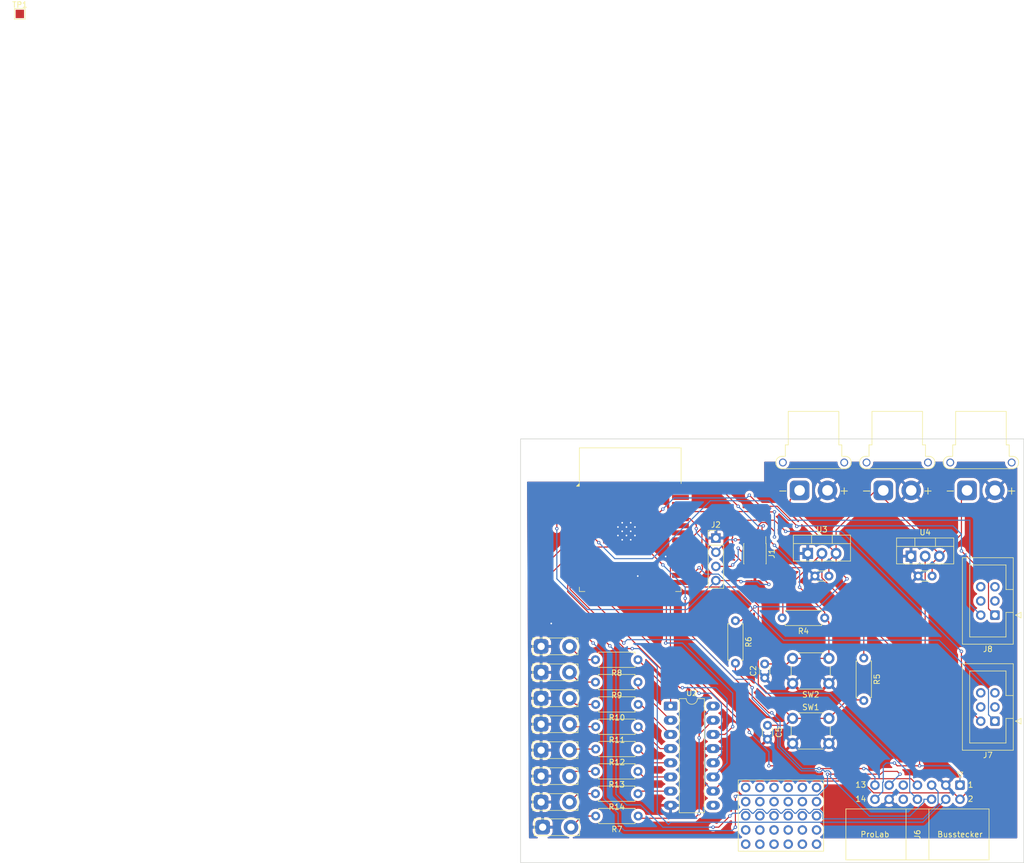
<source format=kicad_pcb>
(kicad_pcb (version 20241229) (generator "pcbnew") (generator_version "9.0")
  (layers (0 "F.Cu" signal) (2 "B.Cu" signal) (13 "F.Paste" user) (15 "B.Paste" user) (5 "F.SilkS" user "F.Silkscreen") (7 "B.SilkS" user "B.Silkscreen") (1 "F.Mask" user) (3 "B.Mask" user) (25 "Edge.Cuts" user))
  (net 0 "")
  (net 1 "Enable{slash}Reset")
  (net 2 "GND")
  (net 3 "TX_in")
  (net 4 "Boot_Mode")
  (net 5 "RX_in")
  (net 6 "7V2")
  (net 7 "3V3")
  (net 8 "BAT_lowamp(<100mA)")
  (net 9 "5V")
  (net 12 "Lautsprecher")
  (net 15 "Bremslicht")
  (net 17 "TRIG")
  (net 18 "Servo_PWM")
  (net 19 "SER")
  (net 23 "Fernlicht")
  (net 25 "SRCLK")
  (net 26 "ECO")
  (net 30 "RCLK")
  (net 31 "Blinker_R")
  (net 32 "PWM_vor")
  (net 36 "Blinker_L")
  (net 37 "PWM_zurueck")
  (net 42 "Net-(D1-A)")
  (net 43 "Net-(D2-A)")
  (net 44 "Net-(D3-A)")
  (net 45 "Net-(D4-A)")
  (net 46 "Net-(D5-A)")
  (net 47 "Net-(D6-A)")
  (net 48 "Net-(D7-A)")
  (net 49 "Net-(D8-A)")
  (net 50 "Net-(U2-QA)")
  (net 51 "Net-(U2-QB)")
  (net 52 "Net-(U2-QC)")
  (net 53 "Net-(U2-QD)")
  (net 54 "Net-(U2-QE)")
  (net 55 "Net-(U2-QF)")
  (net 56 "Net-(U2-QG)")
  (net 57 "Net-(U2-QH)")
  (footprint "Capacitor_THT:C_Disc_D3.0mm_W1.6mm_P2.50mm" (layer "F.Cu") (at 162.25 102)
    (property "Reference" "C3" (hide yes))
    (property "Value" "100n")
  )
  (footprint "Package_DIP:DIP-16_W7.62mm_LongPads" (layer "F.Cu") (at 117.88 125.3)
    (property "Reference" "U2")
    (property "Value" "Schieberegister")
  )
  (footprint "TestPoint:TestPoint_2Pads_Pitch5.08mm_Drill1.3mm" (layer "F.Cu") (at 94.69 119.25)
    (property "Reference" "D3" (hide yes))
    (property "Value" "LED" (hide yes))
  )
  (footprint "TestPoint:TestPoint_Pad_1.5x1.5mm" (layer "F.Cu") (at 1.275 1.275)
    (property "Reference" "TP1")
    (property "Value" "TestPoint")
  )
  (footprint "Panikraster_v2:Panikraster_05x05" (layer "F.Cu") (at 131.34 139.88)
    (property "Reference" "J3" (hide yes))
    (property "Value" "Panikraster")
  )
  (footprint "Resistor_THT:R_Axial_DIN0207_L6.3mm_D2.5mm_P7.62mm_Horizontal" (layer "F.Cu") (at 112.04 117 180)
    (property "Reference" "R8")
    (property "Value" "100")
  )
  (footprint "Capacitor_THT:C_Disc_D3.0mm_W1.6mm_P2.50mm" (layer "F.Cu") (at 143.75 102)
    (property "Reference" "C4" (hide yes))
    (property "Value" "100n")
  )
  (footprint "Connector_IDC:IDC-Header_2x03_P2.54mm_Vertical" (layer "F.Cu") (at 176 109 180)
    (property "Reference" "J8")
    (property "Value" "Ultraschall")
  )
  (footprint "Resistor_THT:R_Axial_DIN0207_L6.3mm_D2.5mm_P7.62mm_Horizontal" (layer "F.Cu") (at 112.04 137 180)
    (property "Reference" "R13")
    (property "Value" "100")
  )
  (footprint "Connector_PinHeader_2.54mm:PinHeader_1x04_P2.54mm_Vertical" (layer "F.Cu") (at 126 95.19)
    (property "Reference" "J2")
    (property "Value" "Programmer_Pins")
  )
  (footprint "Button_Switch_THT:SW_PUSH_6mm_H4.3mm" (layer "F.Cu") (at 146.25 121.25 180)
    (property "Reference" "SW2")
    (property "Value" "Reset_Button")
  )
  (footprint "Platine_mit_BUS:Busstecker" (layer "F.Cu") (at 162.12 140.67)
    (property "Reference" "J6")
    (property "Value" "BUS")
    (fp_rect (start 19.05 12.7) (end -71.12 -63.25) (stroke (width 0.12)) (fill no) (layer "Edge.Cuts"))
  )
  (footprint "Package_TO_SOT_THT:TO-220-3_Vertical" (layer "F.Cu") (at 160.96 98.445)
    (property "Reference" "U4")
    (property "Value" "LD1117S50TR_SOT223")
  )
  (footprint "Connector_AMASS:AMASS_XT30PW-F_1x02_P2.50mm_Horizontal" (layer "F.Cu") (at 141 86.65)
    (property "Reference" "J5" (hide yes))
    (property "Value" "Conn_01x02" (hide yes))
  )
  (footprint "Resistor_THT:R_Axial_DIN0207_L6.3mm_D2.5mm_P7.62mm_Horizontal" (layer "F.Cu") (at 112.04 141 180)
    (property "Reference" "R14")
    (property "Value" "100")
  )
  (footprint "Resistor_THT:R_Axial_DIN0207_L6.3mm_D2.5mm_P7.62mm_Horizontal" (layer "F.Cu") (at 112.04 121 180)
    (property "Reference" "R9")
    (property "Value" "100")
  )
  (footprint "TestPoint:TestPoint_2Pads_Pitch5.08mm_Drill1.3mm" (layer "F.Cu") (at 94.69 133.2)
    (property "Reference" "D6" (hide yes))
    (property "Value" "LED" (hide yes))
  )
  (footprint "Connector_AMASS:AMASS_XT30PW-F_1x02_P2.50mm_Horizontal" (layer "F.Cu") (at 156 86.65)
    (property "Reference" "J9" (hide yes))
    (property "Value" "Conn_01x02" (hide yes))
  )
  (footprint "Button_Switch_THT:SW_PUSH_6mm_H4.3mm" (layer "F.Cu") (at 139.75 127.5)
    (property "Reference" "SW1")
    (property "Value" "Boot_Button")
  )
  (footprint "Resistor_THT:R_Axial_DIN0207_L6.3mm_D2.5mm_P7.62mm_Horizontal" (layer "F.Cu") (at 145.5 109.5 180)
    (property "Reference" "R4")
    (property "Value" "10k")
  )
  (footprint "Connector_PinHeader_1.27mm:PinHeader_2x03_P1.27mm_Vertical_SMD" (layer "F.Cu") (at 133 98 -90)
    (property "Reference" "J1")
    (property "Value" "ESP-Prog_Pins" (hide yes))
  )
  (footprint "Connector_IDC:IDC-Header_2x03_P2.54mm_Vertical" (layer "F.Cu") (at 176 128 180)
    (property "Reference" "J7")
    (property "Value" "Licht")
  )
  (footprint "esp32_custom:ESP32-WROOM-32_Prolab-Anpassung" (layer "F.Cu") (at 110.655 94.885)
    (property "Reference" "U5" (hide yes))
    (property "Value" "ESP32-WROOM-32E")
  )
  (footprint "Capacitor_THT:C_Disc_D3.0mm_W1.6mm_P2.50mm" (layer "F.Cu") (at 134.75 120.25 90)
    (property "Reference" "C2")
    (property "Value" "100n")
  )
  (footprint "Connector_AMASS:AMASS_XT30PW-F_1x02_P2.50mm_Horizontal" (layer "F.Cu") (at 171 86.65)
    (property "Reference" "J10" (hide yes))
    (property "Value" "Conn_01x02" (hide yes))
  )
  (footprint "Resistor_THT:R_Axial_DIN0207_L6.3mm_D2.5mm_P7.62mm_Horizontal" (layer "F.Cu") (at 112.08 145 180)
    (property "Reference" "R7")
    (property "Value" "100")
  )
  (footprint "TestPoint:TestPoint_2Pads_Pitch5.08mm_Drill1.3mm" (layer "F.Cu") (at 94.69 128.55)
    (property "Reference" "D5" (hide yes))
    (property "Value" "LED" (hide yes))
  )
  (footprint "TestPoint:TestPoint_2Pads_Pitch5.08mm_Drill1.3mm" (layer "F.Cu") (at 94.96 147)
    (property "Reference" "D1" (hide yes))
    (property "Value" "LED" (hide yes))
  )
  (footprint "Capacitor_THT:C_Disc_D3.0mm_W1.6mm_P2.50mm" (layer "F.Cu") (at 135.25 128.75 -90)
    (property "Reference" "C5")
    (property "Value" "100n")
  )
  (footprint "TestPoint:TestPoint_2Pads_Pitch5.08mm_Drill1.3mm" (layer "F.Cu") (at 94.69 137.85)
    (property "Reference" "D7" (hide yes))
    (property "Value" "LED" (hide yes))
  )
  (footprint "Resistor_THT:R_Axial_DIN0207_L6.3mm_D2.5mm_P7.62mm_Horizontal" (layer "F.Cu") (at 112.08 125 180)
    (property "Reference" "R10")
    (property "Value" "100")
  )
  (footprint "Resistor_THT:R_Axial_DIN0207_L6.3mm_D2.5mm_P7.62mm_Horizontal" (layer "F.Cu") (at 129.5 110 -90)
    (property "Reference" "R6")
    (property "Value" "82")
  )
  (footprint "Resistor_THT:R_Axial_DIN0207_L6.3mm_D2.5mm_P7.62mm_Horizontal" (layer "F.Cu") (at 152.5 116.69 -90)
    (property "Reference" "R5")
    (property "Value" "10k")
  )
  (footprint "Resistor_THT:R_Axial_DIN0207_L6.3mm_D2.5mm_P7.62mm_Horizontal" (layer "F.Cu") (at 112.08 133 180)
    (property "Reference" "R12")
    (property "Value" "100")
  )
  (footprint "Resistor_THT:R_Axial_DIN0207_L6.3mm_D2.5mm_P7.62mm_Horizontal" (layer "F.Cu") (at 112.08 129 180)
    (property "Reference" "R11")
    (property "Value" "100")
  )
  (footprint "TestPoint:TestPoint_2Pads_Pitch5.08mm_Drill1.3mm" (layer "F.Cu") (at 94.69 114.6)
    (property "Reference" "D2" (hide yes))
    (property "Value" "LED" (hide yes))
  )
  (footprint "Package_TO_SOT_THT:TO-220-3_Vertical" (layer "F.Cu") (at 142.46 97.945)
    (property "Reference" "U3")
    (property "Value" "LD1117S33TR_SOT223")
  )
  (footprint "TestPoint:TestPoint_2Pads_Pitch5.08mm_Drill1.3mm" (layer "F.Cu") (at 94.69 142.5)
    (property "Reference" "D8" (hide yes))
    (property "Value" "LED" (hide yes))
  )
  (footprint "TestPoint:TestPoint_2Pads_Pitch5.08mm_Drill1.3mm" (layer "F.Cu") (at 94.69 123.9)
    (property "Reference" "D4" (hide yes))
    (property "Value" "LED" (hide yes))
  )
  (segment (start 138.75 117.75) (end 134.75 117.75) (width 0.2) (layer "F.Cu") (net 1))
  (segment (start 146.25 116.75) (end 146.25 110.25) (width 0.2) (layer "F.Cu") (net 1))
  (segment (start 139.75 116.75) (end 146.25 116.75) (width 0.2) (layer "F.Cu") (net 1))
  (segment (start 134.27 93.231) (end 134.27 95.5) (width 0.2) (layer "F.Cu") (net 1))
  (segment (start 145.5 109.5) (end 145.5 108.5) (width 0.2) (layer "F.Cu") (net 1))
  (segment (start 126.384 85.884) (end 130 89.5) (width 0.2) (layer "F.Cu") (net 1))
  (segment (start 139.75 116.75) (end 138.75 117.75) (width 0.2) (layer "F.Cu") (net 1))
  (segment (start 112.825 89.175) (end 116.116 85.884) (width 0.2) (layer "F.Cu") (net 1))
  (segment (start 146.25 110.25) (end 145.5 109.5) (width 0.2) (layer "F.Cu") (net 1))
  (segment (start 136.5 96.5) (end 135.5 95.5) (width 0.2) (layer "F.Cu") (net 1))
  (segment (start 116.116 85.884) (end 126.384 85.884) (width 0.2) (layer "F.Cu") (net 1))
  (segment (start 135.5 95.5) (end 134.27 95.5) (width 0.2) (layer "F.Cu") (net 1))
  (segment (start 134.5 93.001) (end 134.27 93.231) (width 0.2) (layer "F.Cu") (net 1))
  (segment (start 145.5 108.5) (end 141 104) (width 0.2) (layer "F.Cu") (net 1))
  (segment (start 101.655 89.175) (end 112.825 89.175) (width 0.2) (layer "F.Cu") (net 1))
  (via (at 134.5 93.001) (size 0.6) (drill 0.3) (layers "F.Cu" "B.Cu") (net 1))
  (via (at 141 104) (size 0.6) (drill 0.3) (layers "F.Cu" "B.Cu") (net 1))
  (via (at 130 89.5) (size 0.6) (drill 0.3) (layers "F.Cu" "B.Cu") (net 1))
  (via (at 136.5 96.5) (size 0.6) (drill 0.3) (layers "F.Cu" "B.Cu") (net 1))
  (segment (start 133.501 93.001) (end 134.5 93.001) (width 0.2) (layer "B.Cu") (net 1))
  (segment (start 141 101) (end 136.5 96.5) (width 0.2) (layer "B.Cu") (net 1))
  (segment (start 130 89.5) (end 133 92.5) (width 0.2) (layer "B.Cu") (net 1))
  (segment (start 141 104) (end 141 101) (width 0.2) (layer "B.Cu") (net 1))
  (segment (start 133 92.5) (end 133.501 93.001) (width 0.2) (layer "B.Cu") (net 1))
  (via (at 96.5 110.5) (size 0.6) (drill 0.3) (layers "F.Cu" "B.Cu") (net 2))
  (via (at 112 102) (size 0.6) (drill 0.3) (layers "F.Cu" "B.Cu") (net 2))
  (via (at 117 98.5) (size 0.6) (drill 0.3) (layers "F.Cu" "B.Cu") (net 2))
  (segment (start 122.5 93.5) (end 122.5 92.86) (width 0.2) (layer "F.Cu") (net 3))
  (segment (start 122.5 92.86) (end 121.355 91.715) (width 0.2) (layer "F.Cu") (net 3))
  (segment (start 121.355 91.715) (end 119.655 91.715) (width 0.2) (layer "F.Cu") (net 3))
  (segment (start 129.5 95.5) (end 131.73 95.5) (width 0.2) (layer "F.Cu") (net 3))
  (via (at 122.5 93.5) (size 0.6) (drill 0.3) (layers "F.Cu" "B.Cu") (net 3))
  (via (at 129.5 95.5) (size 0.6) (drill 0.3) (layers "F.Cu" "B.Cu") (net 3))
  (segment (start 128.23 95.5) (end 129.5 95.5) (width 0.2) (layer "B.Cu") (net 3))
  (segment (start 126 97.73) (end 122.5 94.23) (width 0.2) (layer "B.Cu") (net 3))
  (segment (start 126 97.73) (end 128.23 95.5) (width 0.2) (layer "B.Cu") (net 3))
  (segment (start 122.5 94.23) (end 122.5 93.5) (width 0.2) (layer "B.Cu") (net 3))
  (segment (start 124.5 92.5) (end 129 92.5) (width 0.2) (layer "F.Cu") (net 4))
  (segment (start 128.899 95.251057) (end 128.899 95.748943) (width 0.2) (layer "F.Cu") (net 4))
  (segment (start 138.5 128.75) (end 139.75 127.5) (width 0.2) (layer "F.Cu") (net 4))
  (segment (start 130.310943 103.961) (end 120.471 103.961) (width 0.2) (layer "F.Cu") (net 4))
  (segment (start 139.75 127.5) (end 146.25 127.5) (width 0.2) (layer "F.Cu") (net 4))
  (segment (start 139.75 127.5) (end 133.601 121.351) (width 0.2) (layer "F.Cu") (net 4))
  (segment (start 119.655 103.145) (end 121.355 103.145) (width 0.2) (layer "F.Cu") (net 4))
  (segment (start 123.5 100.150057) (end 123.5 93.917043) (width 0.2) (layer "F.Cu") (net 4))
  (segment (start 133.601 107.251057) (end 130.310943 103.961) (width 0.2) (layer "F.Cu") (net 4))
  (segment (start 129 95.849943) (end 129 97.77) (width 0.2) (layer "F.Cu") (net 4))
  (segment (start 129 97.77) (end 131.73 100.5) (width 0.2) (layer "F.Cu") (net 4))
  (segment (start 124 93) (end 124.5 92.5) (width 0.2) (layer "F.Cu") (net 4))
  (segment (start 123.601 100.748943) (end 123.601 100.251057) (width 0.2) (layer "F.Cu") (net 4))
  (segment (start 129 92.5) (end 129 95.150057) (width 0.2) (layer "F.Cu") (net 4))
  (segment (start 120.471 103.961) (end 119.655 103.145) (width 0.2) (layer "F.Cu") (net 4))
  (segment (start 149.56 124.19) (end 146.25 127.5) (width 0.2) (layer "F.Cu") (net 4))
  (segment (start 123.5 100.849943) (end 123.601 100.748943) (width 0.2) (layer "F.Cu") (net 4))
  (segment (start 135.25 128.75) (end 138.5 128.75) (width 0.2) (layer "F.Cu") (net 4))
  (segment (start 133.601 121.351) (end 133.601 107.251057) (width 0.2) (layer "F.Cu") (net 4))
  (segment (start 123.5 101) (end 123.5 100.849943) (width 0.2) (layer "F.Cu") (net 4))
  (segment (start 128.899 95.748943) (end 129 95.849943) (width 0.2) (layer "F.Cu") (net 4))
  (segment (start 121.355 103.145) (end 123.5 101) (width 0.2) (layer "F.Cu") (net 4))
  (segment (start 123.601 100.251057) (end 123.5 100.150057) (width 0.2) (layer "F.Cu") (net 4))
  (segment (start 123.5 93.917043) (end 124 93.417043) (width 0.2) (layer "F.Cu") (net 4))
  (segment (start 152.5 124.19) (end 149.56 124.19) (width 0.2) (layer "F.Cu") (net 4))
  (segment (start 124 93.417043) (end 124 93) (width 0.2) (layer "F.Cu") (net 4))
  (segment (start 129 95.150057) (end 128.899 95.251057) (width 0.2) (layer "F.Cu") (net 4))
  (segment (start 128.73 100.27) (end 129 100) (width 0.2) (layer "F.Cu") (net 5))
  (segment (start 136.5 95) (end 136.5 94) (width 0.2) (layer "F.Cu") (net 5))
  (segment (start 136.5 90.5) (end 135 90.5) (width 0.2) (layer "F.Cu") (net 5))
  (segment (start 134.901 92.401) (end 134.159 92.401) (width 0.2) (layer "F.Cu") (net 5))
  (segment (start 134.945 90.445) (end 119.655 90.445) (width 0.2) (layer "F.Cu") (net 5))
  (segment (start 133.601 92.959) (end 133.601 93.447943) (width 0.2) (layer "F.Cu") (net 5))
  (segment (start 130 97) (end 130.551 97.551) (width 0.2) (layer "F.Cu") (net 5))
  (segment (start 130.551 97.551) (end 132.449 97.551) (width 0.2) (layer "F.Cu") (net 5))
  (segment (start 133 93.8) (end 133 95.5) (width 0.2) (layer "F.Cu") (net 5))
  (segment (start 133.601 93.447943) (end 133.248943 93.8) (width 0.2) (layer "F.Cu") (net 5))
  (segment (start 126 100.27) (end 128.73 100.27) (width 0.2) (layer "F.Cu") (net 5))
  (segment (start 135 90.5) (end 134.945 90.445) (width 0.2) (layer "F.Cu") (net 5))
  (segment (start 133.248943 93.8) (end 133 93.8) (width 0.2) (layer "F.Cu") (net 5))
  (segment (start 133 97) (end 133 95.5) (width 0.2) (layer "F.Cu") (net 5))
  (segment (start 134.159 92.401) (end 133.601 92.959) (width 0.2) (layer "F.Cu") (net 5))
  (segment (start 132.449 97.551) (end 133 97) (width 0.2) (layer "F.Cu") (net 5))
  (segment (start 136.5 94) (end 134.901 92.401) (width 0.2) (layer "F.Cu") (net 5))
  (via (at 129 100) (size 0.6) (drill 0.3) (layers "F.Cu" "B.Cu") (net 5))
  (via (at 136.5 95) (size 0.6) (drill 0.3) (layers "F.Cu" "B.Cu") (net 5))
  (via (at 136.5 90.5) (size 0.6) (drill 0.3) (layers "F.Cu" "B.Cu") (net 5))
  (via (at 130 97) (size 0.6) (drill 0.3) (layers "F.Cu" "B.Cu") (net 5))
  (segment (start 130 99) (end 130 97) (width 0.2) (layer "B.Cu") (net 5))
  (segment (start 136.5 90.5) (end 136.5 95) (width 0.2) (layer "B.Cu") (net 5))
  (segment (start 129 100) (end 130 99) (width 0.2) (layer "B.Cu") (net 5))
  (segment (start 164.75 102) (end 164.75 99.735) (width 0.2) (layer "F.Cu") (net 6))
  (segment (start 156 88) (end 166.04 98.04) (width 0.2) (layer "F.Cu") (net 6))
  (segment (start 166.04 98.04) (end 166.04 98.445) (width 0.2) (layer "F.Cu") (net 6))
  (segment (start 147.54 97.945) (end 147.54 100.54) (width 0.2) (layer "F.Cu") (net 6))
  (segment (start 133 107.5) (end 130.5 110) (width 0.2) (layer "F.Cu") (net 6))
  (segment (start 146.25 102) (end 146.25 99.235) (width 0.2) (layer "F.Cu") (net 6))
  (segment (start 139.3 88.35) (end 139.3 89.705) (width 0.2) (layer "F.Cu") (net 6))
  (segment (start 139.3 89.705) (end 147.54 97.945) (width 0.2) (layer "F.Cu") (net 6))
  (segment (start 154.65 86.65) (end 156 86.65) (width 0.2) (layer "F.Cu") (net 6))
  (segment (start 147.54 100.54) (end 149.5 102.5) (width 0.2) (layer "F.Cu") (net 6))
  (segment (start 147.54 93.76) (end 154.65 86.65) (width 0.2) (layer "F.Cu") (net 6))
  (segment (start 147.54 97.945) (end 147.54 93.76) (width 0.2) (layer "F.Cu") (net 6))
  (segment (start 146.25 99.235) (end 147.54 97.945) (width 0.2) (layer "F.Cu") (net 6))
  (segment (start 164.75 99.735) (end 166.04 98.445) (width 0.2) (layer "F.Cu") (net 6))
  (segment (start 170 87.65) (end 170 94.485) (width 0.2) (layer "F.Cu") (net 6))
  (segment (start 130.5 110) (end 129.5 110) (width 0.2) (layer "F.Cu") (net 6))
  (segment (start 141 86.65) (end 139.3 88.35) (width 0.2) (layer "F.Cu") (net 6))
  (segment (start 171 86.65) (end 170 87.65) (width 0.2) (layer "F.Cu") (net 6))
  (segment (start 156 86.65) (end 156 88) (width 0.2) (layer "F.Cu") (net 6))
  (segment (start 170 94.485) (end 166.04 98.445) (width 0.2) (layer "F.Cu") (net 6))
  (via (at 133 107.5) (size 0.6) (drill 0.3) (layers "F.Cu" "B.Cu") (net 6))
  (via (at 149.5 102.5) (size 0.6) (drill 0.3) (layers "F.Cu" "B.Cu") (net 6))
  (segment (start 149.5 102.5) (end 144.5 107.5) (width 0.2) (layer "B.Cu") (net 6))
  (segment (start 144.5 107.5) (end 133 107.5) (width 0.2) (layer "B.Cu") (net 6))
  (segment (start 135.5 103.5) (end 135.5 103.46) (width 0.2) (layer "F.Cu") (net 7))
  (segment (start 100.373 87.905) (end 97.5 90.778) (width 0.2) (layer "F.Cu") (net 7))
  (segment (start 145 102.30705) (end 152.596475 109.903525) (width 0.2) (layer "F.Cu") (net 7))
  (segment (start 97.5 92) (end 97.5 93.5) (width 0.2) (layer "F.Cu") (net 7))
  (segment (start 152.596475 109.903525) (end 152.5 110) (width 0.2) (layer "F.Cu") (net 7))
  (segment (start 138 104.945) (end 138 109.5) (width 0.2) (layer "F.Cu") (net 7))
  (segment (start 126 102.81) (end 130.31 102.81) (width 0.2) (layer "F.Cu") (net 7))
  (segment (start 142.445 100.5) (end 134.27 100.5) (width 0.2) (layer "F.Cu") (net 7))
  (segment (start 152.596475 109.903525) (end 162.5 119.80705) (width 0.2) (layer "F.Cu") (net 7))
  (segment (start 158.5 136) (end 162.5 136) (width 0.2) (layer "F.Cu") (net 7))
  (segment (start 145 97.945) (end 138 104.945) (width 0.2) (layer "F.Cu") (net 7))
  (segment (start 130.31 102.81) (end 130.5 103) (width 0.2) (layer "F.Cu") (net 7))
  (segment (start 135.5 103.46) (end 134.27 102.23) (width 0.2) (layer "F.Cu") (net 7))
  (segment (start 145 97.945) (end 145 102.30705) (width 0.2) (layer "F.Cu") (net 7))
  (segment (start 162.5 119.80705) (end 162.5 136) (width 0.2) (layer "F.Cu") (net 7))
  (segment (start 101.655 87.905) (end 100.373 87.905) (width 0.2) (layer "F.Cu") (net 7))
  (segment (start 152.5 110) (end 152.5 116.69) (width 0.2) (layer "F.Cu") (net 7))
  (segment (start 158 135.5) (end 158.5 136) (width 0.2) (layer "F.Cu") (net 7))
  (segment (start 145 97.945) (end 142.445 100.5) (width 0.2) (layer "F.Cu") (net 7))
  (segment (start 134.27 102.23) (end 134.27 100.5) (width 0.2) (layer "F.Cu") (net 7))
  (segment (start 97.5 90.778) (end 97.5 92) (width 0.2) (layer "F.Cu") (net 7))
  (via (at 135.5 103.5) (size 0.6) (drill 0.3) (layers "F.Cu" "B.Cu") (net 7))
  (via (at 97.5 93.5) (size 0.6) (drill 0.3) (layers "F.Cu" "B.Cu") (net 7))
  (via (at 158 135.5) (size 0.6) (drill 0.3) (layers "F.Cu" "B.Cu") (net 7))
  (via (at 162.5 136) (size 0.6) (drill 0.3) (layers "F.Cu" "B.Cu") (net 7))
  (via (at 130.5 103) (size 0.6) (drill 0.3) (layers "F.Cu" "B.Cu") (net 7))
  (segment (start 162.5 136) (end 168 136) (width 0.2) (layer "B.Cu") (net 7))
  (segment (start 97.5 93.5) (end 97.5 102.5) (width 0.2) (layer "B.Cu") (net 7))
  (segment (start 134 103.5) (end 133.5 103) (width 0.2) (layer "B.Cu") (net 7))
  (segment (start 135.5 103.5) (end 134 103.5) (width 0.2) (layer "B.Cu") (net 7))
  (segment (start 158 135.5) (end 156.5 135.5) (width 0.2) (layer "B.Cu") (net 7))
  (segment (start 156 136) (end 156 138.87224) (width 0.2) (layer "B.Cu") (net 7))
  (segment (start 97.5 102.5) (end 103 108) (width 0.2) (layer "B.Cu") (net 7))
  (segment (start 120.81 108) (end 126 102.81) (width 0.2) (layer "B.Cu") (net 7))
  (segment (start 156 138.87224) (end 155.889 138.98324) (width 0.2) (layer "B.Cu") (net 7))
  (segment (start 133.5 103) (end 130.5 103) (width 0.2) (layer "B.Cu") (net 7))
  (segment (start 168 136) (end 169.74 137.74) (width 0.2) (layer "B.Cu") (net 7))
  (segment (start 169.74 137.74) (end 169.74 139.46) (width 0.2) (layer "B.Cu") (net 7))
  (segment (start 103 108) (end 120.81 108) (width 0.2) (layer "B.Cu") (net 7))
  (segment (start 155.889 140.611) (end 154.5 142) (width 0.2) (layer "B.Cu") (net 7))
  (segment (start 155.889 138.98324) (end 155.889 140.611) (width 0.2) (layer "B.Cu") (net 7))
  (segment (start 156.5 135.5) (end 156 136) (width 0.2) (layer "B.Cu") (net 7))
  (segment (start 129.5 118.92) (end 132.5 121.92) (width 0.2) (layer "F.Cu") (net 8))
  (segment (start 132.5 121.92) (end 132.5 122) (width 0.2) (layer "F.Cu") (net 8))
  (segment (start 129.5 117.62) (end 129.5 118.92) (width 0.2) (layer "F.Cu") (net 8))
  (via (at 132.5 122) (size 0.6) (drill 0.3) (layers "F.Cu" "B.Cu") (net 8))
  (segment (start 144.051057 136.901) (end 144.251057 137.101) (width 0.2) (layer "B.Cu") (net 8))
  (segment (start 146.248943 136.899) (end 146.601 137.251057) (width 0.2) (layer "B.Cu") (net 8))
  (segment (start 145.751057 136.899) (end 146.248943 136.899) (width 0.2) (layer "B.Cu") (net 8))
  (segment (start 163.271 142) (end 164.66 142) (width 0.2) (layer "B.Cu") (net 8))
  (segment (start 153.5 145) (end 160.74776 145) (width 0.2) (layer "B.Cu") (net 8))
  (segment (start 144.251057 137.101) (end 144.748943 137.101) (width 0.2) (layer "B.Cu") (net 8))
  (segment (start 137.099 128.599) (end 137.099 132.6661) (width 0.2) (layer "B.Cu") (net 8))
  (segment (start 137.099 132.6661) (end 141.3339 136.901) (width 0.2) (layer "B.Cu") (net 8))
  (segment (start 163.271 142.47676) (end 163.271 142) (width 0.2) (layer "B.Cu") (net 8))
  (segment (start 144.748943 137.101) (end 145.101 136.748943) (width 0.2) (layer "B.Cu") (net 8))
  (segment (start 132.5 124) (end 137.099 128.599) (width 0.2) (layer "B.Cu") (net 8))
  (segment (start 145.101 136.748943) (end 145.101 136.601) (width 0.2) (layer "B.Cu") (net 8))
  (segment (start 146.601 137.748943) (end 146.424972 137.924972) (width 0.2) (layer "B.Cu") (net 8))
  (segment (start 145.575029 137.075029) (end 145.751057 136.899) (width 0.2) (layer "B.Cu") (net 8))
  (segment (start 141.3339 136.901) (end 144.051057 136.901) (width 0.2) (layer "B.Cu") (net 8))
  (segment (start 146.424972 137.924972) (end 153.5 145) (width 0.2) (layer "B.Cu") (net 8))
  (segment (start 145.101 136.601) (end 145.575029 137.075029) (width 0.2) (layer "B.Cu") (net 8))
  (segment (start 146.601 137.251057) (end 146.601 137.748943) (width 0.2) (layer "B.Cu") (net 8))
  (segment (start 132.5 122) (end 132.5 124) (width 0.2) (layer "B.Cu") (net 8))
  (segment (start 160.74776 145) (end 163.271 142.47676) (width 0.2) (layer "B.Cu") (net 8))
  (segment (start 170.88416 138) (end 173 138) (width 0.2) (layer "F.Cu") (net 9))
  (segment (start 173 138) (end 173 138.74) (width 0.2) (layer "F.Cu") (net 9))
  (segment (start 163.5 130.5) (end 169.88416 136.88416) (width 0.2) (layer "F.Cu") (net 9))
  (segment (start 152.14124 138.729) (end 154.26124 140.849) (width 0.2) (layer "F.Cu") (net 9))
  (segment (start 169.88416 136.88416) (end 169.88416 137) (width 0.2) (layer "F.Cu") (net 9))
  (segment (start 163.5 98.445) (end 163.5 130.5) (width 0.2) (layer "F.Cu") (net 9))
  (segment (start 169.88416 137) (end 170.88416 138) (width 0.2) (layer "F.Cu") (net 9))
  (segment (start 154.26124 140.849) (end 168.589 140.849) (width 0.2) (layer "F.Cu") (net 9))
  (segment (start 127.311 138.729) (end 152.14124 138.729) (width 0.2) (layer "F.Cu") (net 9))
  (segment (start 173 138.74) (end 169.74 142) (width 0.2) (layer "F.Cu") (net 9))
  (segment (start 125.5 140.54) (end 127.311 138.729) (width 0.2) (layer "F.Cu") (net 9))
  (segment (start 168.589 140.849) (end 169.74 142) (width 0.2) (layer "F.Cu") (net 9))
  (segment (start 123.999 139.039) (end 123.999 126.801) (width 0.2) (layer "B.Cu") (net 9))
  (segment (start 125.5 140.54) (end 123.999 139.039) (width 0.2) (layer "B.Cu") (net 9))
  (segment (start 123.999 126.801) (end 125.5 125.3) (width 0.2) (layer "B.Cu") (net 9))
  (segment (start 100.373 100.605) (end 99.854 101.124) (width 0.2) (layer "F.Cu") (net 12))
  (segment (start 101.655 100.605) (end 100.373 100.605) (width 0.2) (layer "F.Cu") (net 12))
  (segment (start 99.854 101.124) (end 99.854 104.354) (width 0.2) (layer "F.Cu") (net 12))
  (segment (start 99.854 104.354) (end 109.5 114) (width 0.2) (layer "F.Cu") (net 12))
  (via (at 109.5 114) (size 0.6) (drill 0.3) (layers "F.Cu" "B.Cu") (net 12))
  (segment (start 110.101 113.399) (end 122.42195 113.399) (width 0.2) (layer "B.Cu") (net 12))
  (segment (start 109.5 114) (end 110.101 113.399) (width 0.2) (layer "B.Cu") (net 12))
  (segment (start 160.731 137.381057) (end 160.731 140.611) (width 0.2) (layer "B.Cu") (net 12))
  (segment (start 146.349943 123) (end 160.731 137.381057) (width 0.2) (layer "B.Cu") (net 12))
  (segment (start 160.731 140.611) (end 162.12 142) (width 0.2) (layer "B.Cu") (net 12))
  (segment (start 122.42195 113.399) (end 129.52295 120.5) (width 0.2) (layer "B.Cu") (net 12))
  (segment (start 132.5 120.5) (end 135 123) (width 0.2) (layer "B.Cu") (net 12))
  (segment (start 135 123) (end 146.349943 123) (width 0.2) (layer "B.Cu") (net 12))
  (segment (start 129.52295 120.5) (end 132.5 120.5) (width 0.2) (layer "B.Cu") (net 12))
  (segment (start 123.599 92.8339) (end 124.4329 92) (width 0.2) (layer "F.Cu") (net 15))
  (segment (start 170 115.5) (end 170 124.54) (width 0.2) (layer "F.Cu") (net 15))
  (segment (start 170 124.54) (end 173.46 128) (width 0.2) (layer "F.Cu") (net 15))
  (segment (start 119.655 95.525) (end 121.324943 95.525) (width 0.2) (layer "F.Cu") (net 15))
  (segment (start 121.324943 95.525) (end 123.599 93.250943) (width 0.2) (layer "F.Cu") (net 15))
  (segment (start 124.4329 92) (end 136.5 92) (width 0.2) (layer "F.Cu") (net 15))
  (segment (start 136.5 92) (end 138.5 94) (width 0.2) (layer "F.Cu") (net 15))
  (segment (start 123.599 93.250943) (end 123.599 92.8339) (width 0.2) (layer "F.Cu") (net 15))
  (via (at 138.5 94) (size 0.6) (drill 0.3) (layers "F.Cu" "B.Cu") (net 15))
  (via (at 170 115.5) (size 0.6) (drill 0.3) (layers "F.Cu" "B.Cu") (net 15))
  (segment (start 138.5 94) (end 148.5 94) (width 0.2) (layer "B.Cu") (net 15))
  (segment (start 148.5 94) (end 170 115.5) (width 0.2) (layer "B.Cu") (net 15))
  (segment (start 103.255 94.255) (end 105 96) (width 0.2) (layer "F.Cu") (net 17))
  (segment (start 101.655 94.255) (end 103.255 94.255) (width 0.2) (layer "F.Cu") (net 17))
  (via (at 105 96) (size 0.6) (drill 0.3) (layers "F.Cu" "B.Cu") (net 17))
  (segment (start 125 88.5) (end 135.5 88.5) (width 0.2) (layer "B.Cu") (net 17))
  (segment (start 139 92) (end 171.5 92) (width 0.2) (layer "B.Cu") (net 17))
  (segment (start 107.881 98.881) (end 114.619 98.881) (width 0.2) (layer "B.Cu") (net 17))
  (segment (start 135.5 88.5) (end 139 92) (width 0.2) (layer "B.Cu") (net 17))
  (segment (start 171.5 92) (end 171.5 107.04) (width 0.2) (layer "B.Cu") (net 17))
  (segment (start 114.619 98.881) (end 125 88.5) (width 0.2) (layer "B.Cu") (net 17))
  (segment (start 171.5 107.04) (end 173.46 109) (width 0.2) (layer "B.Cu") (net 17))
  (segment (start 105 96) (end 107.881 98.881) (width 0.2) (layer "B.Cu") (net 17))
  (segment (start 140.466049 138.309) (end 160.969 138.309) (width 0.2) (layer "F.Cu") (net 18))
  (segment (start 118.373 96.795) (end 117.854 97.314) (width 0.2) (layer "F.Cu") (net 18))
  (segment (start 132 129.646) (end 132 130) (width 0.2) (layer "F.Cu") (net 18))
  (segment (start 135.5 136) (end 138.157049 136) (width 0.2) (layer "F.Cu") (net 18))
  (segment (start 117.854 97.314) (end 117.854 115.5) (width 0.2) (layer "F.Cu") (net 18))
  (segment (start 160.969 138.309) (end 162.12 139.46) (width 0.2) (layer "F.Cu") (net 18))
  (segment (start 119.655 96.795) (end 118.373 96.795) (width 0.2) (layer "F.Cu") (net 18))
  (segment (start 117.854 115.5) (end 132 129.646) (width 0.2) (layer "F.Cu") (net 18))
  (segment (start 138.157049 136) (end 140.466049 138.309) (width 0.2) (layer "F.Cu") (net 18))
  (via (at 132 130) (size 0.6) (drill 0.3) (layers "F.Cu" "B.Cu") (net 18))
  (via (at 135.5 136) (size 0.6) (drill 0.3) (layers "F.Cu" "B.Cu") (net 18))
  (segment (start 135.5 133.5) (end 135.5 136) (width 0.2) (layer "B.Cu") (net 18))
  (segment (start 132 130) (end 135.5 133.5) (width 0.2) (layer "B.Cu") (net 18))
  (segment (start 117.126 103.084) (end 117.126 113.874) (width 0.2) (layer "F.Cu") (net 19))
  (segment (start 103.456 101.356) (end 103.456 100.5) (width 0.2) (layer "F.Cu") (net 19))
  (segment (start 129 129) (end 127.62 130.38) (width 0.2) (layer "F.Cu") (net 19))
  (segment (start 127.62 130.38) (end 125.5 130.38) (width 0.2) (layer "F.Cu") (net 19))
  (segment (start 102.174 101.356) (end 103.456 101.356) (width 0.2) (layer "F.Cu") (net 19))
  (segment (start 116.042 101.542) (end 116.042 102) (width 0.2) (layer "F.Cu") (net 19))
  (segment (start 115 100.5) (end 116.042 101.542) (width 0.2) (layer "F.Cu") (net 19))
  (segment (start 116.042 102) (end 117.126 103.084) (width 0.2) (layer "F.Cu") (net 19))
  (segment (start 101.655 101.875) (end 102.174 101.356) (width 0.2) (layer "F.Cu") (net 19))
  (segment (start 103.456 100.5) (end 115 100.5) (width 0.2) (layer "F.Cu") (net 19))
  (segment (start 117.126 113.874) (end 117 114) (width 0.2) (layer "F.Cu") (net 19))
  (via (at 129 129) (size 0.6) (drill 0.3) (layers "F.Cu" "B.Cu") (net 19))
  (via (at 117 114) (size 0.6) (drill 0.3) (layers "F.Cu" "B.Cu") (net 19))
  (segment (start 117 114) (end 120 114) (width 0.2) (layer "B.Cu") (net 19))
  (segment (start 120 114) (end 129 123) (width 0.2) (layer "B.Cu") (net 19))
  (segment (start 129 123) (end 129 129) (width 0.2) (layer "B.Cu") (net 19))
  (segment (start 121.625 101.875) (end 123 100.5) (width 0.2) (layer "F.Cu") (net 23))
  (segment (start 119.655 101.875) (end 121.625 101.875) (width 0.2) (layer "F.Cu") (net 23))
  (via (at 123 100.5) (size 0.6) (drill 0.3) (layers "F.Cu" "B.Cu") (net 23))
  (segment (start 166 113.5) (end 174.849 122.349) (width 0.2) (layer "B.Cu") (net 23))
  (segment (start 174.849 122.349) (end 174.849 126.849) (width 0.2) (layer "B.Cu") (net 23))
  (segment (start 174.849 126.849) (end 176 128) (width 0.2) (layer "B.Cu") (net 23))
  (segment (start 138.150057 113.5) (end 166 113.5) (width 0.2) (layer "B.Cu") (net 23))
  (segment (start 126.47676 101.659) (end 132.399 107.58124) (width 0.2) (layer "B.Cu") (net 23))
  (segment (start 123 100.5) (end 124.159 101.659) (width 0.2) (layer "B.Cu") (net 23))
  (segment (start 124.159 101.659) (end 126.47676 101.659) (width 0.2) (layer "B.Cu") (net 23))
  (segment (start 132.399 107.748943) (end 138.150057 113.5) (width 0.2) (layer "B.Cu") (net 23))
  (segment (start 132.399 107.58124) (end 132.399 107.748943) (width 0.2) (layer "B.Cu") (net 23))
  (segment (start 101.655 104.147) (end 119.508 122) (width 0.2) (layer "F.Cu") (net 25))
  (segment (start 101.655 103.145) (end 101.655 104.147) (width 0.2) (layer "F.Cu") (net 25))
  (segment (start 119.508 122) (end 120 122) (width 0.2) (layer "F.Cu") (net 25))
  (via (at 120 122) (size 0.6) (drill 0.3) (layers "F.Cu" "B.Cu") (net 25))
  (segment (start 126 122) (end 128 124) (width 0.2) (layer "B.Cu") (net 25))
  (segment (start 120 122) (end 126 122) (width 0.2) (layer "B.Cu") (net 25))
  (segment (start 128 135.5) (end 125.5 138) (width 0.2) (layer "B.Cu") (net 25))
  (segment (start 128 124) (end 128 135.5) (width 0.2) (layer "B.Cu") (net 25))
  (segment (start 170 97.5) (end 174.849 102.349) (width 0.2) (layer "F.Cu") (net 26))
  (segment (start 101.655 92.985) (end 103.515 92.985) (width 0.2) (layer "F.Cu") (net 26))
  (segment (start 140.5 93) (end 140.5 93.1) (width 0.2) (layer "F.Cu") (net 26))
  (segment (start 116 90.5) (end 116.5 90) (width 0.2) (layer "F.Cu") (net 26))
  (segment (start 174.849 107.849) (end 176 109) (width 0.2) (layer "F.Cu") (net 26))
  (segment (start 106 90.5) (end 116 90.5) (width 0.2) (layer "F.Cu") (net 26))
  (segment (start 174.849 102.349) (end 174.849 107.849) (width 0.2) (layer "F.Cu") (net 26))
  (segment (start 134 89.5) (end 137 89.5) (width 0.2) (layer "F.Cu") (net 26))
  (segment (start 103.515 92.985) (end 106 90.5) (width 0.2) (layer "F.Cu") (net 26))
  (segment (start 137 89.5) (end 140.5 93) (width 0.2) (layer "F.Cu") (net 26))
  (segment (start 132 87.5) (end 134 89.5) (width 0.2) (layer "F.Cu") (net 26))
  (via (at 170 97.5) (size 0.6) (drill 0.3) (layers "F.Cu" "B.Cu") (net 26))
  (via (at 116.5 90) (size 0.6) (drill 0.3) (layers "F.Cu" "B.Cu") (net 26))
  (via (at 140.5 93.1) (size 0.6) (drill 0.3) (layers "F.Cu" "B.Cu") (net 26))
  (via (at 132 87.5) (size 0.6) (drill 0.3) (layers "F.Cu" "B.Cu") (net 26))
  (segment (start 168.5 93) (end 170 94.5) (width 0.2) (layer "B.Cu") (net 26))
  (segment (start 170 94.5) (end 170 97.5) (width 0.2) (layer "B.Cu") (net 26))
  (segment (start 140.6 93) (end 168.5 93) (width 0.2) (layer "B.Cu") (net 26))
  (segment (start 140.5 93.1) (end 140.6 93) (width 0.2) (layer "B.Cu") (net 26))
  (segment (start 118.5 88) (end 131.5 88) (width 0.2) (layer "B.Cu") (net 26))
  (segment (start 131.5 88) (end 132 87.5) (width 0.2) (layer "B.Cu") (net 26))
  (segment (start 116.5 90) (end 118.5 88) (width 0.2) (layer "B.Cu") (net 26))
  (segment (start 106.215 106.215) (end 123 123) (width 0.2) (layer "F.Cu") (net 30))
  (segment (start 106.215 104.885) (end 106.215 106.215) (width 0.2) (layer "F.Cu") (net 30))
  (via (at 123 123) (size 0.6) (drill 0.3) (layers "F.Cu" "B.Cu") (net 30))
  (segment (start 125.157049 123) (end 127.001 124.843951) (width 0.2) (layer "B.Cu") (net 30))
  (segment (start 127.001 133.959) (end 125.5 135.46) (width 0.2) (layer "B.Cu") (net 30))
  (segment (start 127.001 124.843951) (end 127.001 133.959) (width 0.2) (layer "B.Cu") (net 30))
  (segment (start 123 123) (end 125.157049 123) (width 0.2) (layer "B.Cu") (net 30))
  (segment (start 100.373 99.335) (end 99.453 100.255) (width 0.2) (layer "F.Cu") (net 31))
  (segment (start 99.453 104.802943) (end 109.650057 115) (width 0.2) (layer "F.Cu") (net 31))
  (segment (start 101.655 99.335) (end 100.373 99.335) (width 0.2) (layer "F.Cu") (net 31))
  (segment (start 109.650057 115) (end 111 115) (width 0.2) (layer "F.Cu") (net 31))
  (segment (start 99.453 100.255) (end 99.453 104.802943) (width 0.2) (layer "F.Cu") (net 31))
  (via (at 111 115) (size 0.6) (drill 0.3) (layers "F.Cu" "B.Cu") (net 31))
  (segment (start 163.089 146.111) (end 167.2 142) (width 0.2) (layer "B.Cu") (net 31))
  (segment (start 112.242 115) (end 115.5 118.258) (width 0.2) (layer "B.Cu") (net 31))
  (segment (start 111 115) (end 112.242 115) (width 0.2) (layer "B.Cu") (net 31))
  (segment (start 115.5 118.258) (end 115.5 144.5) (width 0.2) (layer "B.Cu") (net 31))
  (segment (start 117.5 146.5) (end 117.889 146.111) (width 0.2) (layer "B.Cu") (net 31))
  (segment (start 115.5 144.5) (end 117.5 146.5) (width 0.2) (layer "B.Cu") (net 31))
  (segment (start 117.889 146.111) (end 163.089 146.111) (width 0.2) (layer "B.Cu") (net 31))
  (segment (start 120.5 111.5) (end 135.5 126.5) (width 0.2) (layer "F.Cu") (net 32))
  (segment (start 120.5 106) (end 120.5 111.5) (width 0.2) (layer "F.Cu") (net 32))
  (segment (start 113.295 96.795) (end 116.5 100) (width 0.2) (layer "F.Cu") (net 32))
  (segment (start 144.5 136.5) (end 152.5 136.5) (width 0.2) (layer "F.Cu") (net 32))
  (segment (start 101.655 96.795) (end 113.295 96.795) (width 0.2) (layer "F.Cu") (net 32))
  (segment (start 135.5 126.5) (end 136 126.5) (width 0.2) (layer "F.Cu") (net 32))
  (via (at 136 126.5) (size 0.6) (drill 0.3) (layers "F.Cu" "B.Cu") (net 32))
  (via (at 116.5 100) (size 0.6) (drill 0.3) (layers "F.Cu" "B.Cu") (net 32))
  (via (at 152.5 136.5) (size 0.6) (drill 0.3) (layers "F.Cu" "B.Cu") (net 32))
  (via (at 144.5 136.5) (size 0.6) (drill 0.3) (layers "F.Cu" "B.Cu") (net 32))
  (via (at 120.5 106) (size 0.6) (drill 0.3) (layers "F.Cu" "B.Cu") (net 32))
  (segment (start 152.5 136.5) (end 153 136.5) (width 0.2) (layer "B.Cu") (net 32))
  (segment (start 141.5 136.5) (end 144.5 136.5) (width 0.2) (layer "B.Cu") (net 32))
  (segment (start 137.5 132.5) (end 141.5 136.5) (width 0.2) (layer "B.Cu") (net 32))
  (segment (start 154.5 138) (end 154.5 139.46) (width 0.2) (layer "B.Cu") (net 32))
  (segment (start 153 136.5) (end 154.5 138) (width 0.2) (layer "B.Cu") (net 32))
  (segment (start 137.5 128) (end 137.5 132.5) (width 0.2) (layer "B.Cu") (net 32))
  (segment (start 116.5 100) (end 120.5 104) (width 0.2) (layer "B.Cu") (net 32))
  (segment (start 120.5 104) (end 120.5 106) (width 0.2) (layer "B.Cu") (net 32))
  (segment (start 136 126.5) (end 137.5 128) (width 0.2) (layer "B.Cu") (net 32))
  (segment (start 96.291 103.791) (end 107 114.5) (width 0.2) (layer "F.Cu") (net 36))
  (segment (start 101.655 98.065) (end 99.955 98.065) (width 0.2) (layer "F.Cu") (net 36))
  (segment (start 99.955 98.065) (end 96.291 101.729) (width 0.2) (layer "F.Cu") (net 36))
  (segment (start 96.291 101.729) (end 96.291 103.791) (width 0.2) (layer "F.Cu") (net 36))
  (segment (start 126.5 147) (end 128.5 145) (width 0.2) (layer "F.Cu") (net 36))
  (segment (start 125.5 147) (end 126.5 147) (width 0.2) (layer "F.Cu") (net 36))
  (via (at 128.5 145) (size 0.6) (drill 0.3) (layers "F.Cu" "B.Cu") (net 36))
  (via (at 107 114.5) (size 0.6) (drill 0.3) (layers "F.Cu" "B.Cu") (net 36))
  (via (at 125.5 147) (size 0.6) (drill 0.3) (layers "F.Cu" "B.Cu") (net 36))
  (segment (start 145.191 144.48324) (end 145.191 145.5) (width 0.2) (layer "B.Cu") (net 36))
  (segment (start 130.86324 143.809) (end 131.81676 143.809) (width 0.2) (layer "B.Cu") (net 36))
  (segment (start 108.101 141.11805) (end 109.98295 143) (width 0.2) (layer "B.Cu") (net 36))
  (segment (start 141.02324 143.809) (end 141.97676 143.809) (width 0.2) (layer "B.Cu") (net 36))
  (segment (start 136.89676 143.809) (end 137.571 144.48324) (width 0.2) (layer "B.Cu") (net 36))
  (segment (start 135.269 144.5) (end 135.269 144.48324) (width 0.2) (layer "B.Cu") (net 36))
  (segment (start 142.651 144.48324) (end 142.651 144.5) (width 0.2) (layer "B.Cu") (net 36))
  (segment (start 142.889 144.5) (end 142.889 144.48324) (width 0.2) (layer "B.Cu") (net 36))
  (segment (start 142.651 144.5) (end 142.889 144.5) (width 0.2) (layer "B.Cu") (net 36))
  (segment (start 135.031 144.48324) (end 135.031 144.5) (width 0.2) (layer "B.Cu") (net 36))
  (segment (start 129 144.5) (end 130.189 144.5) (width 0.2) (layer "B.Cu") (net 36))
  (segment (start 137.809 144.48324) (end 138.48324 143.809) (width 0.2) (layer "B.Cu") (net 36))
  (segment (start 112.5 143) (end 116 146.5) (width 0.2) (layer "B.Cu") (net 36))
  (segment (start 140.349 144.48324) (end 141.02324 143.809) (width 0.2) (layer "B.Cu") (net 36))
  (segment (start 107 114.5) (end 108.101 115.601) (width 0.2) (layer "B.Cu") (net 36))
  (segment (start 140.111 144.48324) (end 140.111 144.5) (width 0.2) (layer "B.Cu") (net 36))
  (segment (start 132.729 144.5) (end 132.729 144.48324) (width 0.2) (layer "B.Cu") (net 36))
  (segment (start 132.729 144.48324) (end 133.40324 143.809) (width 0.2) (layer "B.Cu") (net 36))
  (segment (start 141.97676 143.809) (end 142.651 144.48324) (width 0.2) (layer "B.Cu") (net 36))
  (segment (start 130.189 144.48324) (end 130.86324 143.809) (width 0.2) (layer "B.Cu") (net 36))
  (segment (start 116 146.5) (end 116.5 147) (width 0.2) (layer "B.Cu") (net 36))
  (segment (start 128.5 145) (end 129 144.5) (width 0.2) (layer "B.Cu") (net 36))
  (segment (start 132.491 144.5) (end 132.729 144.5) (width 0.2) (layer "B.Cu") (net 36))
  (segment (start 142.889 144.48324) (end 143.56324 143.809) (width 0.2) (layer "B.Cu") (net 36))
  (segment (start 137.571 144.5) (end 137.809 144.5) (width 0.2) (layer "B.Cu") (net 36))
  (segment (start 135.94324 143.809) (end 136.89676 143.809) (width 0.2) (layer "B.Cu") (net 36))
  (segment (start 145.191 145.5) (end 163.1329 145.5) (width 0.2) (layer "B.Cu") (net 36))
  (segment (start 108.101 115.601) (end 108.101 141.11805) (width 0.2) (layer "B.Cu") (net 36))
  (segment (start 131.81676 143.809) (end 132.491 144.48324) (width 0.2) (layer "B.Cu") (net 36))
  (segment (start 144.51676 143.809) (end 145.191 144.48324) (width 0.2) (layer "B.Cu") (net 36))
  (segment (start 116.5 147) (end 125.5 147) (width 0.2) (layer "B.Cu") (net 36))
  (segment (start 134.35676 143.809) (end 135.031 144.48324) (width 0.2) (layer "B.Cu") (net 36))
  (segment (start 133.40324 143.809) (end 134.35676 143.809) (width 0.2) (layer "B.Cu") (net 36))
  (segment (start 137.809 144.5) (end 137.809 144.48324) (width 0.2) (layer "B.Cu") (net 36))
  (segment (start 109.98295 143) (end 110 143) (width 0.2) (layer "B.Cu") (net 36))
  (segment (start 139.43676 143.809) (end 140.111 144.48324) (width 0.2) (layer "B.Cu") (net 36))
  (segment (start 135.269 144.48324) (end 135.94324 143.809) (width 0.2) (layer "B.Cu") (net 36))
  (segment (start 143.56324 143.809) (end 144.51676 143.809) (width 0.2) (layer "B.Cu") (net 36))
  (segment (start 137.571 144.48324) (end 137.571 144.5) (width 0.2) (layer "B.Cu") (net 36))
  (segment (start 163.1329 145.5) (end 165.811 142.8219) (width 0.2) (layer "B.Cu") (net 36))
  (segment (start 140.111 144.5) (end 140.349 144.5) (width 0.2) (layer "B.Cu") (net 36))
  (segment (start 135.031 144.5) (end 135.269 144.5) (width 0.2) (layer "B.Cu") (net 36))
  (segment (start 138.48324 143.809) (end 139.43676 143.809) (width 0.2) (layer "B.Cu") (net 36))
  (segment (start 165.811 142.8219) (end 165.811 140.611) (width 0.2) (layer "B.Cu") (net 36))
  (segment (start 132.491 144.48324) (end 132.491 144.5) (width 0.2) (layer "B.Cu") (net 36))
  (segment (start 165.811 140.611) (end 164.66 139.46) (width 0.2) (layer "B.Cu") (net 36))
  (segment (start 110 143) (end 112.5 143) (width 0.2) (layer "B.Cu") (net 36))
  (segment (start 140.349 144.5) (end 140.349 144.48324) (width 0.2) (layer "B.Cu") (net 36))
  (segment (start 130.189 144.5) (end 130.189 144.48324) (width 0.2) (layer "B.Cu") (net 36))
  (segment (start 156 137) (end 158.5 137) (width 0.2) (layer "F.Cu") (net 37))
  (segment (start 101.655 95.525) (end 99.955 95.525) (width 0.2) (layer "F.Cu") (net 37))
  (segment (start 99.955 95.525) (end 95 100.48) (width 0.2) (layer "F.Cu") (net 37))
  (segment (start 158.5 137) (end 159 137.5) (width 0.2) (layer "F.Cu") (net 37))
  (segment (start 95 105) (end 104 114) (width 0.2) (layer "F.Cu") (net 37))
  (segment (start 95 100.48) (end 95 105) (width 0.2) (layer "F.Cu") (net 37))
  (segment (start 155.5 137.5) (end 156 137) (width 0.2) (layer "F.Cu") (net 37))
  (segment (start 129.5 147) (end 129.5 141.5) (width 0.2) (layer "F.Cu") (net 37))
  (segment (start 146 137.5) (end 155.5 137.5) (width 0.2) (layer "F.Cu") (net 37))
  (via (at 129.5 147) (size 0.6) (drill 0.3) (layers "F.Cu" "B.Cu") (net 37))
  (via (at 129.5 141.5) (size 0.6) (drill 0.3) (layers "F.Cu" "B.Cu") (net 37))
  (via (at 104 114) (size 0.6) (drill 0.3) (layers "F.Cu" "B.Cu") (net 37))
  (via (at 146 137.5) (size 0.6) (drill 0.3) (layers "F.Cu" "B.Cu") (net 37))
  (via (at 159 137.5) (size 0.6) (drill 0.3) (layers "F.Cu" "B.Cu") (net 37))
  (segment (start 146 139.54776) (end 146 137.5) (width 0.2) (layer "B.Cu") (net 37))
  (segment (start 105.859 115.859) (end 105.859 141.859) (width 0.2) (layer "B.Cu") (net 37))
  (segment (start 144.27876 141.269) (end 146 139.54776) (width 0.2) (layer "B.Cu") (net 37))
  (segment (start 108.479 146.479) (end 109.601 147.601) (width 0.2) (layer "B.Cu") (net 37))
  (segment (start 159 137.5) (end 157.04 139.46) (width 0.2) (layer "B.Cu") (net 37))
  (segment (start 108.479 144.479) (end 108.479 146.479) (width 0.2) (layer "B.Cu") (net 37))
  (segment (start 109.601 147.601) (end 128.899 147.601) (width 0.2) (layer "B.Cu") (net 37))
  (segment (start 105.859 141.859) (end 108.479 144.479) (width 0.2) (layer "B.Cu") (net 37))
  (segment (start 129.5 141.5) (end 129.731 141.269) (width 0.2) (layer "B.Cu") (net 37))
  (segment (start 128.899 147.601) (end 129.5 147) (width 0.2) (layer "B.Cu") (net 37))
  (segment (start 129.731 141.269) (end 144.27876 141.269) (width 0.2) (layer "B.Cu") (net 37))
  (segment (start 104 114) (end 105.859 115.859) (width 0.2) (layer "B.Cu") (net 37))
  (segment (start 104.58 145) (end 102.04 145) (width 0.2) (layer "F.Cu") (net 42))
  (segment (start 102.04 145) (end 100.04 147) (width 0.2) (layer "F.Cu") (net 42))
  (segment (start 102.17 117) (end 99.77 114.6) (width 0.2) (layer "F.Cu") (net 43))
  (segment (start 104.54 117) (end 102.17 117) (width 0.2) (layer "F.Cu") (net 43))
  (segment (start 101.52 121) (end 99.77 119.25) (width 0.2) (layer "F.Cu") (net 44))
  (segment (start 104.54 121) (end 101.52 121) (width 0.2) (layer "F.Cu") (net 44))
  (segment (start 104.58 125) (end 100.87 125) (width 0.2) (layer "F.Cu") (net 45))
  (segment (start 100.87 125) (end 99.77 123.9) (width 0.2) (layer "F.Cu") (net 45))
  (segment (start 104.58 129) (end 100.22 129) (width 0.2) (layer "F.Cu") (net 46))
  (segment (start 100.22 129) (end 99.77 128.55) (width 0.2) (layer "F.Cu") (net 46))
  (segment (start 99.97 133) (end 99.77 133.2) (width 0.2) (layer "F.Cu") (net 47))
  (segment (start 104.58 133) (end 99.97 133) (width 0.2) (layer "F.Cu") (net 47))
  (segment (start 104.54 137) (end 100.62 137) (width 0.2) (layer "F.Cu") (net 48))
  (segment (start 100.62 137) (end 99.77 137.85) (width 0.2) (layer "F.Cu") (net 48))
  (segment (start 101.27 141) (end 99.77 142.5) (width 0.2) (layer "F.Cu") (net 49))
  (segment (start 104.54 141) (end 101.27 141) (width 0.2) (layer "F.Cu") (net 49))
  (segment (start 125.5 127.84) (end 123 130.34) (width 0.2) (layer "F.Cu") (net 50))
  (segment (start 112.481 145.401) (end 112.08 145) (width 0.2) (layer "F.Cu") (net 50))
  (segment (start 123 144.5671) (end 122.1661 145.401) (width 0.2) (layer "F.Cu") (net 50))
  (segment (start 122.1661 145.401) (end 112.481 145.401) (width 0.2) (layer "F.Cu") (net 50))
  (segment (start 123 130.34) (end 123 131) (width 0.2) (layer "F.Cu") (net 50))
  (via (at 123 144.5671) (size 0.6) (drill 0.3) (layers "F.Cu" "B.Cu") (net 50))
  (via (at 123 131) (size 0.6) (drill 0.3) (layers "F.Cu" "B.Cu") (net 50))
  (segment (start 123 131) (end 123 144.5671) (width 0.2) (layer "B.Cu") (net 50))
  (segment (start 112.04 117) (end 117.88 122.84) (width 0.2) (layer "F.Cu") (net 51))
  (segment (start 117.88 122.84) (end 117.88 125.3) (width 0.2) (layer "F.Cu") (net 51))
  (segment (start 112.04 122) (end 112.04 121) (width 0.2) (layer "F.Cu") (net 52))
  (segment (start 117.88 127.84) (end 112.04 122) (width 0.2) (layer "F.Cu") (net 52))
  (segment (start 112.5 125) (end 112.08 125) (width 0.2) (layer "F.Cu") (net 53))
  (segment (start 117.88 130.38) (end 112.5 125) (width 0.2) (layer "F.Cu") (net 53))
  (segment (start 116 132.92) (end 112.08 129) (width 0.2) (layer "F.Cu") (net 54))
  (segment (start 117.88 132.92) (end 116 132.92) (width 0.2) (layer "F.Cu") (net 54))
  (segment (start 114.54 135.46) (end 112.08 133) (width 0.2) (layer "F.Cu") (net 55))
  (segment (start 117.88 135.46) (end 114.54 135.46) (width 0.2) (layer "F.Cu") (net 55))
  (segment (start 113.04 138) (end 112.04 137) (width 0.2) (layer "F.Cu") (net 56))
  (segment (start 117.88 138) (end 113.04 138) (width 0.2) (layer "F.Cu") (net 56))
  (segment (start 117.88 140.54) (end 112.5 140.54) (width 0.2) (layer "F.Cu") (net 57))
  (segment (start 112.5 140.54) (end 112.04 141) (width 0.2) (layer "F.Cu") (net 57))
  (zone (net 2) (net_name "GND") (layers "F.Cu" "B.Cu") (connect_pads (clearance 0.5)) (min_thickness 0.25) (fill yes (thermal_gap 0.5) (thermal_bridge_width 0.5))
    (polygon (pts (xy 92.137097 81.5) (xy 92.5 149) (xy 180 149) (xy 180 81.5)))
  )
)
</source>
